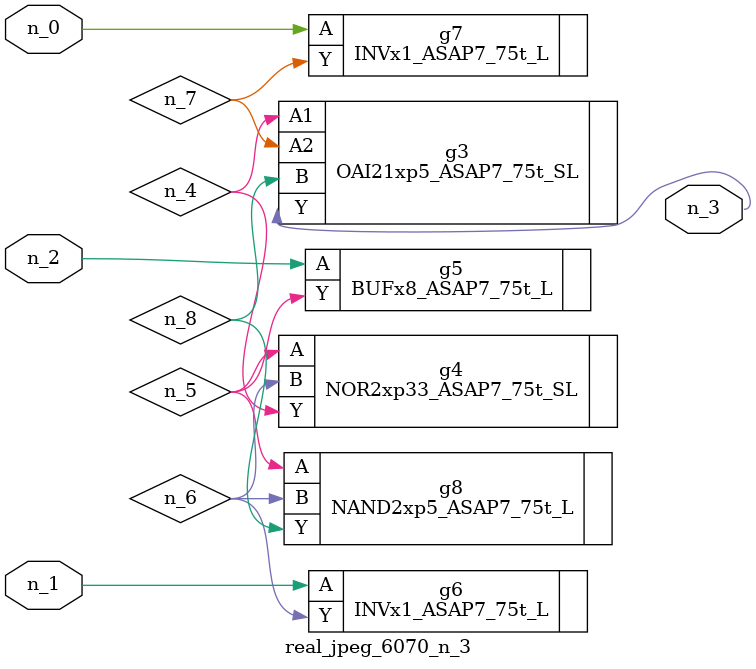
<source format=v>
module real_jpeg_6070_n_3 (n_1, n_0, n_2, n_3);

input n_1;
input n_0;
input n_2;

output n_3;

wire n_5;
wire n_4;
wire n_8;
wire n_6;
wire n_7;

INVx1_ASAP7_75t_L g7 ( 
.A(n_0),
.Y(n_7)
);

INVx1_ASAP7_75t_L g6 ( 
.A(n_1),
.Y(n_6)
);

BUFx8_ASAP7_75t_L g5 ( 
.A(n_2),
.Y(n_5)
);

OAI21xp5_ASAP7_75t_SL g3 ( 
.A1(n_4),
.A2(n_7),
.B(n_8),
.Y(n_3)
);

NOR2xp33_ASAP7_75t_SL g4 ( 
.A(n_5),
.B(n_6),
.Y(n_4)
);

NAND2xp5_ASAP7_75t_L g8 ( 
.A(n_5),
.B(n_6),
.Y(n_8)
);


endmodule
</source>
